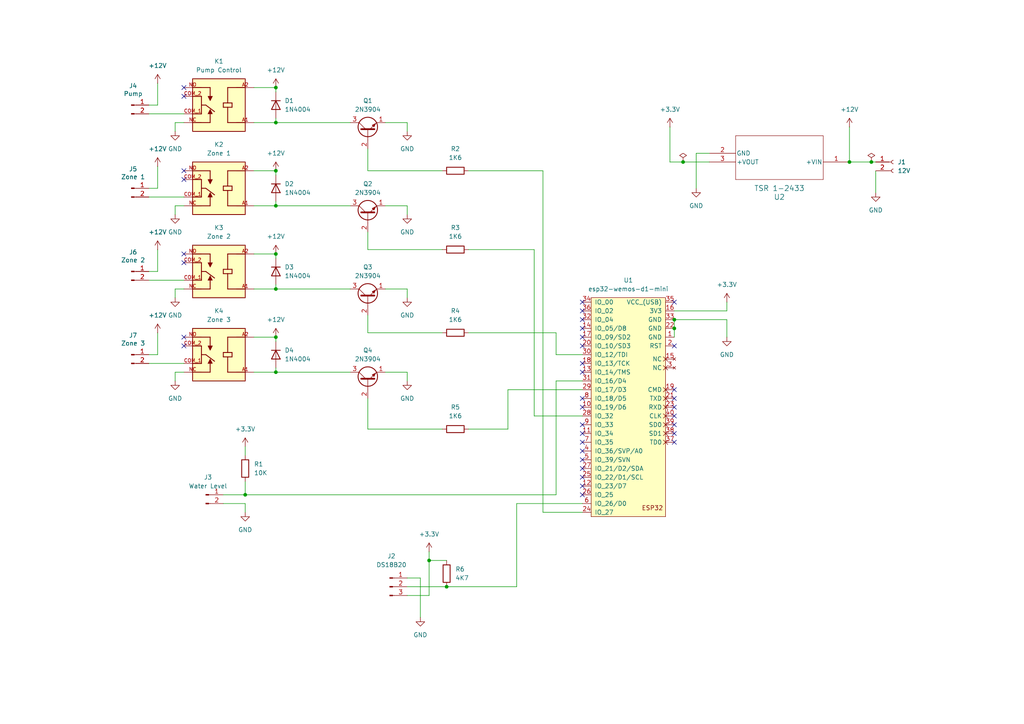
<source format=kicad_sch>
(kicad_sch (version 20250114) (generator "eeschema") (generator_version "9.0")
  (paper "A4")
  (lib_symbols
    (symbol "2025-10-06_03-42-38:TSR_1-2433" (pin_names (offset 0.254))
      (property "Reference" "U" (at 20.32 10.16 0))
      (property "Value" "TSR 1-2433" (at 20.32 7.62 0))
      (symbol "TSR_1-2433_0_1"
        (polyline (pts (xy 7.62 5.08) (xy 7.62 -7.62)) (stroke (width 0.127)))
        (polyline (pts (xy 7.62 -7.62) (xy 33.02 -7.62)) (stroke (width 0.127)))
        (polyline (pts (xy 33.02 5.08) (xy 7.62 5.08)) (stroke (width 0.127)))
        (polyline (pts (xy 33.02 -7.62) (xy 33.02 5.08)) (stroke (width 0.127)))
        (pin power_in line (at 0 0 0) (length 7.62) (name "+VIN") (number "1"))
        (pin power_in line (at 40.64 0 180) (length 7.62) (name "+VOUT") (number "3"))
        (pin power_out line (at 40.64 -2.54 180) (length 7.62) (name "GND") (number "2"))
      )
    )
    (symbol "Connector:Conn_01x02_Pin" (pin_names (offset 1.016) (hide yes))
      (property "Reference" "J" (at 0 2.54 0))
      (property "Value" "Conn_01x02_Pin" (at 0 -5.08 0))
      (symbol "Conn_01x02_Pin_1_1"
        (rectangle (start 0.8636 0.127) (end 0 -0.127) (stroke (width 0.1524)) (fill (type outline)))
        (rectangle (start 0.8636 -2.413) (end 0 -2.667) (stroke (width 0.1524)) (fill (type outline)))
        (polyline (pts (xy 1.27 0) (xy 0.8636 0)) (stroke (width 0.1524)))
        (polyline (pts (xy 1.27 -2.54) (xy 0.8636 -2.54)) (stroke (width 0.1524)))
        (pin passive line (at 5.08 0 180) (length 3.81) (name "Pin_1") (number "1"))
        (pin passive line (at 5.08 -2.54 180) (length 3.81) (name "Pin_2") (number "2"))
      )
    )
    (symbol "Connector:Conn_01x02_Socket" (pin_names (offset 1.016) (hide yes))
      (property "Reference" "J" (at 0 2.54 0))
      (property "Value" "Conn_01x02_Socket" (at 0 -5.08 0))
      (symbol "Conn_01x02_Socket_1_1"
        (polyline (pts (xy -1.27 0) (xy -0.508 0)) (stroke (width 0.1524)))
        (polyline (pts (xy -1.27 -2.54) (xy -0.508 -2.54)) (stroke (width 0.1524)))
        (arc (start 0 -0.508) (mid -0.5058 0) (end 0 0.508) (stroke (width 0.1524)))
        (arc (start 0 -3.048) (mid -0.5058 -2.54) (end 0 -2.032) (stroke (width 0.1524)))
        (pin passive line (at -5.08 0 0) (length 3.81) (name "Pin_1") (number "1"))
        (pin passive line (at -5.08 -2.54 0) (length 3.81) (name "Pin_2") (number "2"))
      )
    )
    (symbol "Connector:Conn_01x03_Pin" (pin_names (offset 1.016) (hide yes))
      (property "Reference" "J" (at 0 5.08 0))
      (property "Value" "Conn_01x03_Pin" (at 0 -5.08 0))
      (symbol "Conn_01x03_Pin_1_1"
        (rectangle (start 0.8636 2.667) (end 0 2.413) (stroke (width 0.1524)) (fill (type outline)))
        (rectangle (start 0.8636 0.127) (end 0 -0.127) (stroke (width 0.1524)) (fill (type outline)))
        (rectangle (start 0.8636 -2.413) (end 0 -2.667) (stroke (width 0.1524)) (fill (type outline)))
        (polyline (pts (xy 1.27 2.54) (xy 0.8636 2.54)) (stroke (width 0.1524)))
        (polyline (pts (xy 1.27 0) (xy 0.8636 0)) (stroke (width 0.1524)))
        (polyline (pts (xy 1.27 -2.54) (xy 0.8636 -2.54)) (stroke (width 0.1524)))
        (pin passive line (at 5.08 2.54 180) (length 3.81) (name "Pin_1") (number "1"))
        (pin passive line (at 5.08 0 180) (length 3.81) (name "Pin_2") (number "2"))
        (pin passive line (at 5.08 -2.54 180) (length 3.81) (name "Pin_3") (number "3"))
      )
    )
    (symbol "Device:R" (pin_numbers (hide yes)) (pin_names (offset 0))
      (property "Reference" "R" (at 2.032 0 90))
      (property "Value" "R" (at 0 0 90))
      (symbol "R_0_1"
        (rectangle (start -1.016 -2.54) (end 1.016 2.54) (stroke (width 0.254)))
      )
      (symbol "R_1_1"
        (pin passive line (at 0 3.81 270) (length 1.27) (name "~") (number "1"))
        (pin passive line (at 0 -3.81 90) (length 1.27) (name "~") (number "2"))
      )
    )
    (symbol "Diode:1N4004" (pin_numbers (hide yes)) (pin_names (hide yes))
      (property "Reference" "D" (at 0 2.54 0))
      (property "Value" "1N4004" (at 0 -2.54 0))
      (symbol "1N4004_0_1"
        (polyline (pts (xy -1.27 1.27) (xy -1.27 -1.27)) (stroke (width 0.254)))
        (polyline (pts (xy 1.27 1.27) (xy 1.27 -1.27) (xy -1.27 0) (xy 1.27 1.27)) (stroke (width 0.254)))
        (polyline (pts (xy 1.27 0) (xy -1.27 0)))
      )
      (symbol "1N4004_1_1"
        (pin passive line (at -3.81 0 0) (length 2.54) (name "K") (number "1"))
        (pin passive line (at 3.81 0 180) (length 2.54) (name "A") (number "2"))
      )
    )
    (symbol "SR5-12V-200-1C:SR5-12V-200-1C" (pin_names (offset 1.016))
      (property "Reference" "K" (at -7.62 8.382 0))
      (property "Value" "SR5-12V-200-1C" (at -7.62 -10.16 0))
      (symbol "SR5-12V-200-1C_0_0"
        (polyline (pts (xy -7.62 5.08) (xy -2.54 5.08)) (stroke (width 0.254)))
        (polyline (pts (xy -7.62 -5.08) (xy -2.54 -5.08)) (stroke (width 0.254)))
        (rectangle (start -7.62 -7.62) (end 7.62 7.62) (stroke (width 0.254)) (fill (type background)))
        (polyline (pts (xy -3.81 0.635) (xy -2.54 0.635)) (stroke (width 0.254)))
        (polyline (pts (xy -3.81 -0.635) (xy -3.81 0.635)) (stroke (width 0.254)))
        (polyline (pts (xy -2.54 5.08) (xy -2.54 0.635)) (stroke (width 0.254)))
        (polyline (pts (xy -2.54 0.635) (xy -1.27 0.635)) (stroke (width 0.254)))
        (polyline (pts (xy -2.54 -0.635) (xy -3.81 -0.635)) (stroke (width 0.254)))
        (polyline (pts (xy -2.54 -0.635) (xy -2.54 -5.08)) (stroke (width 0.254)))
        (polyline (pts (xy -1.27 0.635) (xy -1.27 -0.635)) (stroke (width 0.254)))
        (polyline (pts (xy -1.27 -0.635) (xy -2.54 -0.635)) (stroke (width 0.254)))
        (polyline (pts (xy 1.905 -2.54) (xy 3.175 -2.54) (xy 2.54 -1.27) (xy 1.905 -2.54)) (stroke (width 0.1524)) (fill (type outline)))
        (polyline (pts (xy 2.54 5.08) (xy 2.54 2.54)) (stroke (width 0.254)))
        (polyline (pts (xy 2.54 -5.08) (xy 2.54 -2.54)) (stroke (width 0.254)))
        (polyline (pts (xy 3.175 2.54) (xy 1.905 2.54) (xy 2.54 1.27) (xy 3.175 2.54)) (stroke (width 0.1524)) (fill (type outline)))
        (polyline (pts (xy 3.81 0) (xy 1.27 1.905)) (stroke (width 0.254)))
        (polyline (pts (xy 5.08 2.54) (xy 5.08 0)) (stroke (width 0.254)))
        (polyline (pts (xy 5.08 0) (xy 3.81 0)) (stroke (width 0.254)))
        (polyline (pts (xy 5.08 0) (xy 5.08 -2.54)) (stroke (width 0.254)))
        (polyline (pts (xy 5.08 -2.54) (xy 7.62 -2.54)) (stroke (width 0.254)))
        (polyline (pts (xy 7.62 5.08) (xy 2.54 5.08)) (stroke (width 0.254)))
        (polyline (pts (xy 7.62 2.54) (xy 5.08 2.54)) (stroke (width 0.254)))
        (polyline (pts (xy 7.62 -5.08) (xy 2.54 -5.08)) (stroke (width 0.254)))
        (pin passive line (at -10.16 5.08 0) (length 5.08) (name "~") (number "A1"))
        (pin passive line (at -10.16 -5.08 0) (length 5.08) (name "~") (number "A2"))
        (pin passive line (at 10.16 5.08 180) (length 5.08) (name "~") (number "NC"))
        (pin passive line (at 10.16 2.54 180) (length 5.08) (name "~") (number "COM_1"))
        (pin passive line (at 10.16 -2.54 180) (length 5.08) (name "~") (number "COM_2"))
        (pin passive line (at 10.16 -5.08 180) (length 5.08) (name "~") (number "NO"))
      )
    )
    (symbol "Transistor_BJT:2N3904" (pin_names (offset 0) (hide yes))
      (property "Reference" "Q" (at 5.08 1.905 0))
      (property "Value" "2N3904" (at 5.08 0 0))
      (symbol "2N3904_0_1"
        (polyline (pts (xy -2.54 0) (xy 0.635 0)))
        (polyline (pts (xy 0.635 1.905) (xy 0.635 -1.905)) (stroke (width 0.508)))
        (circle (center 1.27 0) (radius 2.8194) (stroke (width 0.254)))
      )
      (symbol "2N3904_1_1"
        (polyline (pts (xy 0.635 0.635) (xy 2.54 2.54)))
        (polyline (pts (xy 0.635 -0.635) (xy 2.54 -2.54)))
        (polyline (pts (xy 1.27 -1.778) (xy 1.778 -1.27) (xy 2.286 -2.286) (xy 1.27 -1.778)) (fill (type outline)))
        (pin input line (at -5.08 0 0) (length 2.54) (name "B") (number "2"))
        (pin passive line (at 2.54 5.08 270) (length 2.54) (name "C") (number "3"))
        (pin passive line (at 2.54 -5.08 90) (length 2.54) (name "E") (number "1"))
      )
    )
    (symbol "esp32-wemos-d1-mini:esp32-wemos-d1-mini" (pin_names (offset 1.016))
      (property "Reference" "U" (at -7.62 -50.8 0))
      (property "Value" "esp32-wemos-d1-mini" (at 5.08 -59.69 0))
      (symbol "esp32-wemos-d1-mini_0_0"
        (text "ESP32" (at 7.62 -62.23 0) (effects (font (size 1.27 1.27))))
        (pin bidirectional line (at -12.7 -45.72 0) (length 2.54) (name "IO_36/SVP/A0") (number "4"))
        (pin bidirectional line (at -12.7 -48.26 0) (length 2.54) (name "IO_39/SVN") (number "5"))
        (pin power_in line (at 13.97 -12.7 180) (length 2.54) (name "GND") (number "1"))
        (pin input line (at 13.97 -15.24 180) (length 2.54) (name "RST") (number "2"))
        (pin no_connect non_logic (at 13.97 -21.59 180) (length 2.54) (name "NC") (number "3"))
      )
      (symbol "esp32-wemos-d1-mini_0_1"
        (rectangle (start -10.16 -1.27) (end 11.43 -64.77) (fill (type background)))
      )
      (symbol "esp32-wemos-d1-mini_1_1"
        (pin bidirectional line (at -12.7 -2.54 0) (length 2.54) (name "IO_00") (number "34"))
        (pin bidirectional line (at -12.7 -5.08 0) (length 2.54) (name "IO_02") (number "36"))
        (pin bidirectional line (at -12.7 -7.62 0) (length 2.54) (name "IO_04") (number "32"))
        (pin bidirectional line (at -12.7 -10.16 0) (length 2.54) (name "IO_05/D8") (number "14"))
        (pin bidirectional line (at -12.7 -12.7 0) (length 2.54) (name "IO_09/SD2") (number "17"))
        (pin bidirectional line (at -12.7 -15.24 0) (length 2.54) (name "IO_10/SD3") (number "20"))
        (pin bidirectional line (at -12.7 -17.78 0) (length 2.54) (name "IO_12/TDI") (number "30"))
        (pin bidirectional line (at -12.7 -20.32 0) (length 2.54) (name "IO_13/TCK") (number "18"))
        (pin bidirectional line (at -12.7 -22.86 0) (length 2.54) (name "IO_14/TMS") (number "13"))
        (pin bidirectional line (at -12.7 -25.4 0) (length 2.54) (name "IO_16/D4") (number "31"))
        (pin bidirectional line (at -12.7 -27.94 0) (length 2.54) (name "IO_17/D3") (number "29"))
        (pin bidirectional line (at -12.7 -30.48 0) (length 2.54) (name "IO_18/D5") (number "8"))
        (pin bidirectional line (at -12.7 -33.02 0) (length 2.54) (name "IO_19/D6") (number "10"))
        (pin bidirectional line (at -12.7 -35.56 0) (length 2.54) (name "IO_32") (number "28"))
        (pin bidirectional line (at -12.7 -38.1 0) (length 2.54) (name "IO_33") (number "9"))
        (pin bidirectional line (at -12.7 -40.64 0) (length 2.54) (name "IO_34") (number "11"))
        (pin bidirectional line (at -12.7 -43.18 0) (length 2.54) (name "IO_35") (number "7"))
        (pin bidirectional line (at -12.7 -50.8 0) (length 2.54) (name "IO_21/D2/SDA") (number "27"))
        (pin bidirectional line (at -12.7 -53.34 0) (length 2.54) (name "IO_22/D1/SCL") (number "25"))
        (pin bidirectional line (at -12.7 -55.88 0) (length 2.54) (name "IO_23/D7") (number "12"))
        (pin bidirectional line (at -12.7 -58.42 0) (length 2.54) (name "IO_25") (number "26"))
        (pin bidirectional line (at -12.7 -60.96 0) (length 2.54) (name "IO_26/D0") (number "6"))
        (pin bidirectional line (at -12.7 -63.5 0) (length 2.54) (name "IO_27") (number "24"))
        (pin power_in line (at 13.97 -2.54 180) (length 2.54) (name "VCC_(USB)") (number "35"))
        (pin power_in line (at 13.97 -5.08 180) (length 2.54) (name "3V3") (number "16"))
        (pin power_in line (at 13.97 -7.62 180) (length 2.54) (name "GND") (number "33"))
        (pin power_in line (at 13.97 -10.16 180) (length 2.54) (name "GND") (number "22"))
        (pin no_connect non_logic (at 13.97 -19.05 180) (length 2.54) (name "NC") (number "15"))
        (pin passive non_logic (at 13.97 -27.94 180) (length 2.54) (name "CMD") (number "19"))
        (pin passive non_logic (at 13.97 -30.48 180) (length 2.54) (name "TXD") (number "21"))
        (pin passive non_logic (at 13.97 -33.02 180) (length 2.54) (name "RXD") (number "23"))
        (pin passive non_logic (at 13.97 -35.56 180) (length 2.54) (name "CLK") (number "40"))
        (pin passive non_logic (at 13.97 -38.1 180) (length 2.54) (name "SD0") (number "39"))
        (pin passive non_logic (at 13.97 -40.64 180) (length 2.54) (name "SD1") (number "38"))
        (pin passive non_logic (at 13.97 -43.18 180) (length 2.54) (name "TD0") (number "37"))
      )
    )
    (symbol "power:+12V" (power) (pin_numbers (hide yes)) (pin_names (offset 0) (hide yes))
      (property "Value" "+12V" (at 0 3.556 0))
      (symbol "+12V_0_1"
        (polyline (pts (xy -0.762 1.27) (xy 0 2.54)))
        (polyline (pts (xy 0 2.54) (xy 0.762 1.27)))
        (polyline (pts (xy 0 0) (xy 0 2.54)))
      )
      (symbol "+12V_1_1"
        (pin power_in line (at 0 0 90) (length 0) (name "~") (number "1"))
      )
    )
    (symbol "power:+3.3V" (power) (pin_numbers (hide yes)) (pin_names (offset 0) (hide yes))
      (property "Value" "+3.3V" (at 0 3.556 0))
      (symbol "+3.3V_0_1"
        (polyline (pts (xy -0.762 1.27) (xy 0 2.54)))
        (polyline (pts (xy 0 2.54) (xy 0.762 1.27)))
        (polyline (pts (xy 0 0) (xy 0 2.54)))
      )
      (symbol "+3.3V_1_1"
        (pin power_in line (at 0 0 90) (length 0) (name "~") (number "1"))
      )
    )
    (symbol "power:GND" (power) (pin_numbers (hide yes)) (pin_names (offset 0) (hide yes))
      (property "Value" "GND" (at 0 -3.81 0))
      (symbol "GND_0_1"
        (polyline (pts (xy 0 0) (xy 0 -1.27) (xy 1.27 -1.27) (xy 0 -2.54) (xy -1.27 -1.27) (xy 0 -1.27)))
      )
      (symbol "GND_1_1"
        (pin power_in line (at 0 0 270) (length 0) (name "~") (number "1"))
      )
    )
    (symbol "power:PWR_FLAG" (power) (pin_numbers (hide yes)) (pin_names (offset 0) (hide yes))
      (property "Value" "PWR_FLAG" (at 0 3.81 0))
      (symbol "PWR_FLAG_0_0"
        (pin power_out line (at 0 0 90) (length 0) (name "~") (number "1"))
      )
      (symbol "PWR_FLAG_0_1"
        (polyline (pts (xy 0 0) (xy 0 1.27) (xy -1.016 1.905) (xy 0 2.54) (xy 1.016 1.905) (xy 0 1.27)))
      )
    )
  )
  (junction (at 80.01 25.4))
  (junction (at 129.54 170.18))
  (junction (at 80.01 73.66))
  (junction (at 246.38 46.99))
  (junction (at 195.58 92.71))
  (junction (at 80.01 49.53))
  (junction (at 124.46 162.56))
  (junction (at 195.58 95.25))
  (junction (at 80.01 107.95))
  (junction (at 80.01 59.69))
  (junction (at 198.12 46.99))
  (junction (at 80.01 35.56))
  (junction (at 71.12 143.51))
  (junction (at 80.01 83.82))
  (junction (at 252.73 46.99))
  (junction (at 80.01 97.79))
  (no_connect (at 168.91 87.63))
  (no_connect (at 168.91 92.71))
  (no_connect (at 195.58 120.65))
  (no_connect (at 195.58 128.27))
  (no_connect (at 195.58 123.19))
  (no_connect (at 168.91 100.33))
  (no_connect (at 168.91 90.17))
  (no_connect (at 195.58 87.63))
  (no_connect (at 168.91 140.97))
  (no_connect (at 168.91 138.43))
  (no_connect (at 168.91 133.35))
  (no_connect (at 53.34 76.2))
  (no_connect (at 53.34 52.07))
  (no_connect (at 53.34 100.33))
  (no_connect (at 53.34 49.53))
  (no_connect (at 53.34 27.94))
  (no_connect (at 195.58 113.03))
  (no_connect (at 195.58 118.11))
  (no_connect (at 53.34 25.4))
  (no_connect (at 195.58 100.33))
  (no_connect (at 195.58 125.73))
  (no_connect (at 168.91 125.73))
  (no_connect (at 168.91 107.95))
  (no_connect (at 168.91 135.89))
  (no_connect (at 168.91 118.11))
  (no_connect (at 168.91 105.41))
  (no_connect (at 168.91 130.81))
  (no_connect (at 53.34 73.66))
  (no_connect (at 168.91 123.19))
  (no_connect (at 168.91 97.79))
  (no_connect (at 195.58 115.57))
  (no_connect (at 168.91 143.51))
  (no_connect (at 168.91 115.57))
  (no_connect (at 168.91 95.25))
  (no_connect (at 53.34 97.79))
  (no_connect (at 168.91 128.27))
  (wire (pts (xy 111.76 107.95) (xy 118.11 107.95)))
  (wire (pts (xy 80.01 107.95) (xy 80.01 106.68)))
  (wire (pts (xy 118.11 59.69) (xy 118.11 62.23)))
  (wire (pts (xy 80.01 73.66) (xy 80.01 74.93)))
  (wire (pts (xy 118.11 83.82) (xy 118.11 86.36)))
  (wire (pts (xy 53.34 59.69) (xy 50.8 59.69)))
  (wire (pts (xy 149.86 170.18) (xy 129.54 170.18)))
  (wire (pts (xy 80.01 97.79) (xy 80.01 99.06)))
  (wire (pts (xy 43.18 54.61) (xy 45.72 54.61)))
  (wire (pts (xy 118.11 35.56) (xy 118.11 38.1)))
  (wire (pts (xy 118.11 167.64) (xy 121.92 167.64)))
  (wire (pts (xy 168.91 110.49) (xy 161.29 110.49)))
  (wire (pts (xy 80.01 82.55) (xy 80.01 83.82)))
  (wire (pts (xy 45.72 54.61) (xy 45.72 48.26)))
  (wire (pts (xy 111.76 35.56) (xy 118.11 35.56)))
  (wire (pts (xy 50.8 83.82) (xy 50.8 86.36)))
  (wire (pts (xy 80.01 49.53) (xy 80.01 50.8)))
  (wire (pts (xy 135.89 49.53) (xy 157.48 49.53)))
  (wire (pts (xy 71.12 146.05) (xy 71.12 148.59)))
  (wire (pts (xy 252.73 46.99) (xy 254 46.99)))
  (wire (pts (xy 147.32 113.03) (xy 168.91 113.03)))
  (wire (pts (xy 198.12 46.99) (xy 205.74 46.99)))
  (wire (pts (xy 80.01 59.69) (xy 80.01 58.42)))
  (wire (pts (xy 118.11 172.72) (xy 124.46 172.72)))
  (wire (pts (xy 161.29 110.49) (xy 161.29 143.51)))
  (wire (pts (xy 157.48 49.53) (xy 157.48 148.59)))
  (wire (pts (xy 64.77 143.51) (xy 71.12 143.51)))
  (wire (pts (xy 45.72 102.87) (xy 45.72 96.52)))
  (wire (pts (xy 106.68 67.31) (xy 106.68 72.39)))
  (wire (pts (xy 71.12 143.51) (xy 161.29 143.51)))
  (wire (pts (xy 106.68 124.46) (xy 128.27 124.46)))
  (wire (pts (xy 43.18 33.02) (xy 53.34 33.02)))
  (wire (pts (xy 80.01 35.56) (xy 101.6 35.56)))
  (wire (pts (xy 80.01 107.95) (xy 101.6 107.95)))
  (wire (pts (xy 106.68 43.18) (xy 106.68 49.53)))
  (wire (pts (xy 254 49.53) (xy 254 55.88)))
  (wire (pts (xy 121.92 167.64) (xy 121.92 179.07)))
  (wire (pts (xy 80.01 59.69) (xy 101.6 59.69)))
  (wire (pts (xy 135.89 96.52) (xy 161.29 96.52)))
  (wire (pts (xy 161.29 96.52) (xy 161.29 102.87)))
  (wire (pts (xy 106.68 91.44) (xy 106.68 96.52)))
  (wire (pts (xy 53.34 107.95) (xy 50.8 107.95)))
  (wire (pts (xy 135.89 72.39) (xy 154.94 72.39)))
  (wire (pts (xy 53.34 35.56) (xy 50.8 35.56)))
  (wire (pts (xy 246.38 46.99) (xy 252.73 46.99)))
  (wire (pts (xy 205.74 44.45) (xy 201.93 44.45)))
  (wire (pts (xy 80.01 25.4) (xy 80.01 26.67)))
  (wire (pts (xy 210.82 92.71) (xy 210.82 97.79)))
  (wire (pts (xy 43.18 81.28) (xy 53.34 81.28)))
  (wire (pts (xy 168.91 146.05) (xy 149.86 146.05)))
  (wire (pts (xy 73.66 73.66) (xy 80.01 73.66)))
  (wire (pts (xy 50.8 59.69) (xy 50.8 62.23)))
  (wire (pts (xy 73.66 83.82) (xy 80.01 83.82)))
  (wire (pts (xy 73.66 97.79) (xy 80.01 97.79)))
  (wire (pts (xy 118.11 107.95) (xy 118.11 110.49)))
  (wire (pts (xy 45.72 30.48) (xy 45.72 24.13)))
  (wire (pts (xy 111.76 83.82) (xy 118.11 83.82)))
  (wire (pts (xy 154.94 72.39) (xy 154.94 120.65)))
  (wire (pts (xy 106.68 115.57) (xy 106.68 124.46)))
  (wire (pts (xy 195.58 90.17) (xy 210.82 90.17)))
  (wire (pts (xy 71.12 139.7) (xy 71.12 143.51)))
  (wire (pts (xy 201.93 44.45) (xy 201.93 54.61)))
  (wire (pts (xy 73.66 49.53) (xy 80.01 49.53)))
  (wire (pts (xy 149.86 146.05) (xy 149.86 170.18)))
  (wire (pts (xy 43.18 57.15) (xy 53.34 57.15)))
  (wire (pts (xy 106.68 96.52) (xy 128.27 96.52)))
  (wire (pts (xy 80.01 83.82) (xy 101.6 83.82)))
  (wire (pts (xy 50.8 35.56) (xy 50.8 38.1)))
  (wire (pts (xy 194.31 36.83) (xy 194.31 46.99)))
  (wire (pts (xy 194.31 46.99) (xy 198.12 46.99)))
  (wire (pts (xy 53.34 83.82) (xy 50.8 83.82)))
  (wire (pts (xy 50.8 107.95) (xy 50.8 110.49)))
  (wire (pts (xy 124.46 162.56) (xy 124.46 160.02)))
  (wire (pts (xy 43.18 78.74) (xy 45.72 78.74)))
  (wire (pts (xy 73.66 35.56) (xy 80.01 35.56)))
  (wire (pts (xy 73.66 107.95) (xy 80.01 107.95)))
  (wire (pts (xy 73.66 59.69) (xy 80.01 59.69)))
  (wire (pts (xy 45.72 78.74) (xy 45.72 72.39)))
  (wire (pts (xy 124.46 162.56) (xy 124.46 172.72)))
  (wire (pts (xy 64.77 146.05) (xy 71.12 146.05)))
  (wire (pts (xy 195.58 92.71) (xy 195.58 95.25)))
  (wire (pts (xy 154.94 120.65) (xy 168.91 120.65)))
  (wire (pts (xy 195.58 95.25) (xy 195.58 97.79)))
  (wire (pts (xy 157.48 148.59) (xy 168.91 148.59)))
  (wire (pts (xy 106.68 49.53) (xy 128.27 49.53)))
  (wire (pts (xy 80.01 35.56) (xy 80.01 34.29)))
  (wire (pts (xy 43.18 102.87) (xy 45.72 102.87)))
  (wire (pts (xy 43.18 105.41) (xy 53.34 105.41)))
  (wire (pts (xy 147.32 124.46) (xy 147.32 113.03)))
  (wire (pts (xy 210.82 90.17) (xy 210.82 87.63)))
  (wire (pts (xy 246.38 36.83) (xy 246.38 46.99)))
  (wire (pts (xy 43.18 30.48) (xy 45.72 30.48)))
  (wire (pts (xy 111.76 59.69) (xy 118.11 59.69)))
  (wire (pts (xy 195.58 92.71) (xy 210.82 92.71)))
  (wire (pts (xy 71.12 132.08) (xy 71.12 129.54)))
  (wire (pts (xy 147.32 124.46) (xy 135.89 124.46)))
  (wire (pts (xy 124.46 162.56) (xy 129.54 162.56)))
  (wire (pts (xy 161.29 102.87) (xy 168.91 102.87)))
  (wire (pts (xy 106.68 72.39) (xy 128.27 72.39)))
  (wire (pts (xy 118.11 170.18) (xy 129.54 170.18)))
  (wire (pts (xy 73.66 25.4) (xy 80.01 25.4)))
  (symbol (lib_id "Diode:1N4004") (at 80.01 54.61 270) (unit 1)
    (property "Reference" "D2" (at 82.55 53.3399 90) (effects (justify left)))
    (property "Value" "1N4004" (at 82.55 55.8799 90) (effects (justify left)))
    (property "Footprint" "Diode_THT:D_DO-41_SOD81_P10.16mm_Horizontal" (effects (hide yes)))
    (property "Datasheet" "http://www.vishay.com/docs/88503/1n4001.pdf" (effects (hide yes)))
    (property "Description" "400V 1A General Purpose Rectifier Diode, DO-41" (effects (hide yes)))
    (property "Sim.Device" "D" (effects (hide yes)))
    (property "Sim.Pins" "1=K 2=A" (effects (hide yes)))
  )
  (symbol (lib_id "power:+3.3V") (at 71.12 129.54 0) (unit 1)
    (property "Reference" "#PWR010" (effects (hide yes)))
    (property "Value" "+3.3V" (at 71.12 124.46 0))
    (property "Description" "Power symbol creates a global label with name \"+3.3V\"" (effects (hide yes)))
  )
  (symbol (lib_id "power:GND") (at 121.92 179.07 0) (unit 1)
    (property "Reference" "#PWR02" (effects (hide yes)))
    (property "Value" "GND" (at 121.92 184.15 0))
    (property "Description" "Power symbol creates a global label with name \"GND\" , ground" (effects (hide yes)))
  )
  (symbol (lib_id "Diode:1N4004") (at 80.01 78.74 270) (unit 1)
    (property "Reference" "D3" (at 82.55 77.4699 90) (effects (justify left)))
    (property "Value" "1N4004" (at 82.55 80.0099 90) (effects (justify left)))
    (property "Footprint" "Diode_THT:D_DO-41_SOD81_P10.16mm_Horizontal" (effects (hide yes)))
    (property "Datasheet" "http://www.vishay.com/docs/88503/1n4001.pdf" (effects (hide yes)))
    (property "Description" "400V 1A General Purpose Rectifier Diode, DO-41" (effects (hide yes)))
    (property "Sim.Device" "D" (effects (hide yes)))
    (property "Sim.Pins" "1=K 2=A" (effects (hide yes)))
  )
  (symbol (lib_id "power:+12V") (at 45.72 48.26 0) (unit 1)
    (property "Reference" "#PWR014" (effects (hide yes)))
    (property "Value" "+12V" (at 45.72 43.18 0))
    (property "Description" "Power symbol creates a global label with name \"+12V\"" (effects (hide yes)))
  )
  (symbol (lib_id "power:GND") (at 50.8 38.1 0) (unit 1)
    (property "Reference" "#PWR013" (effects (hide yes)))
    (property "Value" "GND" (at 50.8 43.18 0))
    (property "Description" "Power symbol creates a global label with name \"GND\" , ground" (effects (hide yes)))
  )
  (symbol (lib_id "power:+12V") (at 45.72 72.39 0) (unit 1)
    (property "Reference" "#PWR018" (effects (hide yes)))
    (property "Value" "+12V" (at 45.72 67.31 0))
    (property "Description" "Power symbol creates a global label with name \"+12V\"" (effects (hide yes)))
  )
  (symbol (lib_id "power:GND") (at 210.82 97.79 0) (unit 1)
    (property "Reference" "#PWR01" (effects (hide yes)))
    (property "Value" "GND" (at 210.82 102.87 0))
    (property "Description" "Power symbol creates a global label with name \"GND\" , ground" (effects (hide yes)))
  )
  (symbol (lib_id "Device:R") (at 132.08 72.39 90) (unit 1)
    (property "Reference" "R3" (at 132.08 66.04 90))
    (property "Value" "1K6" (at 132.08 68.58 90))
    (property "Footprint" "Resistor_THT:R_Axial_DIN0204_L3.6mm_D1.6mm_P7.62mm_Horizontal" (effects (hide yes)))
    (property "Description" "Resistor" (effects (hide yes)))
  )
  (symbol (lib_id "Transistor_BJT:2N3904") (at 106.68 38.1 90) (unit 1)
    (property "Reference" "Q1" (at 106.68 29.21 90))
    (property "Value" "2N3904" (at 106.68 31.75 90))
    (property "Footprint" "Package_TO_SOT_THT:TO-92_Inline" (effects (hide yes)))
    (property "Datasheet" "https://www.onsemi.com/pub/Collateral/2N3903-D.PDF" (effects (hide yes)))
    (property "Description" "0.2A Ic, 40V Vce, Small Signal NPN Transistor, TO-92" (effects (hide yes)))
  )
  (symbol (lib_id "Device:R") (at 132.08 49.53 90) (unit 1)
    (property "Reference" "R2" (at 132.08 43.18 90))
    (property "Value" "1K6" (at 132.08 45.72 90))
    (property "Footprint" "Resistor_THT:R_Axial_DIN0204_L3.6mm_D1.6mm_P7.62mm_Horizontal" (effects (hide yes)))
    (property "Description" "Resistor" (effects (hide yes)))
  )
  (symbol (lib_id "Transistor_BJT:2N3904") (at 106.68 86.36 90) (unit 1)
    (property "Reference" "Q3" (at 106.68 77.47 90))
    (property "Value" "2N3904" (at 106.68 80.01 90))
    (property "Footprint" "Package_TO_SOT_THT:TO-92_Inline" (effects (hide yes)))
    (property "Datasheet" "https://www.onsemi.com/pub/Collateral/2N3903-D.PDF" (effects (hide yes)))
    (property "Description" "0.2A Ic, 40V Vce, Small Signal NPN Transistor, TO-92" (effects (hide yes)))
  )
  (symbol (lib_id "Connector:Conn_01x02_Pin") (at 38.1 54.61 0) (unit 1)
    (property "Reference" "J5" (at 38.608 49.022 0))
    (property "Value" "Zone 1" (at 38.608 51.308 0))
    (property "Footprint" "Connector_JST:JST_XH_B2B-XH-A_1x02_P2.50mm_Vertical" (effects (hide yes)))
    (property "Description" "Generic connector, single row, 01x02, script generated" (effects (hide yes)))
  )
  (symbol (lib_id "power:+3.3V") (at 210.82 87.63 0) (unit 1)
    (property "Reference" "#PWR024" (effects (hide yes)))
    (property "Value" "+3.3V" (at 210.82 82.55 0))
    (property "Description" "Power symbol creates a global label with name \"+3.3V\"" (effects (hide yes)))
  )
  (symbol (lib_id "Diode:1N4004") (at 80.01 102.87 270) (unit 1)
    (property "Reference" "D4" (at 82.55 101.5999 90) (effects (justify left)))
    (property "Value" "1N4004" (at 82.55 104.1399 90) (effects (justify left)))
    (property "Footprint" "Diode_THT:D_DO-41_SOD81_P10.16mm_Horizontal" (effects (hide yes)))
    (property "Datasheet" "http://www.vishay.com/docs/88503/1n4001.pdf" (effects (hide yes)))
    (property "Description" "400V 1A General Purpose Rectifier Diode, DO-41" (effects (hide yes)))
    (property "Sim.Device" "D" (effects (hide yes)))
    (property "Sim.Pins" "1=K 2=A" (effects (hide yes)))
  )
  (symbol (lib_id "power:+12V") (at 80.01 25.4 0) (unit 1)
    (property "Reference" "#PWR03" (effects (hide yes)))
    (property "Value" "+12V" (at 80.01 20.32 0))
    (property "Description" "Power symbol creates a global label with name \"+12V\"" (effects (hide yes)))
  )
  (symbol (lib_id "power:PWR_FLAG") (at 252.73 46.99 0) (unit 1)
    (property "Reference" "#FLG01" (effects (hide yes)))
    (property "Value" "PWR_FLAG" (effects (hide yes)))
    (property "Description" "Special symbol for telling ERC where power comes from" (effects (hide yes)))
  )
  (symbol (lib_id "power:+12V") (at 246.38 36.83 0) (unit 1)
    (property "Reference" "#PWR05" (effects (hide yes)))
    (property "Value" "+12V" (at 246.38 31.75 0))
    (property "Description" "Power symbol creates a global label with name \"+12V\"" (effects (hide yes)))
  )
  (symbol (lib_id "SR5-12V-200-1C:SR5-12V-200-1C") (at 63.5 30.48 180) (unit 1)
    (property "Reference" "K1" (at 63.5 17.78 0))
    (property "Value" "Pump Control" (at 63.5 20.32 0))
    (property "Footprint" "SR5-12V-200-1C:RELAY_SR5-12V-200-1C" (effects (hide yes)))
    (property "PARTREV" "1.01" (effects (hide yes)))
    (property "STANDARD" "Manufacturer Recommendations" (effects (hide yes)))
    (property "MAXIMUM_PACKAGE_HEIGHT" "12.1mm" (effects (hide yes)))
    (property "MANUFACTURER" "CUI Devices" (effects (hide yes)))
  )
  (symbol (lib_id "power:GND") (at 118.11 62.23 0) (unit 1)
    (property "Reference" "#PWR021" (effects (hide yes)))
    (property "Value" "GND" (at 118.11 67.31 0))
    (property "Description" "Power symbol creates a global label with name \"GND\" , ground" (effects (hide yes)))
  )
  (symbol (lib_id "power:+3.3V") (at 124.46 160.02 0) (unit 1)
    (property "Reference" "#PWR025" (effects (hide yes)))
    (property "Value" "+3.3V" (at 124.46 154.94 0))
    (property "Description" "Power symbol creates a global label with name \"+3.3V\"" (effects (hide yes)))
  )
  (symbol (lib_id "Connector:Conn_01x02_Pin") (at 38.1 30.48 0) (unit 1)
    (property "Reference" "J4" (at 38.608 24.892 0))
    (property "Value" "Pump" (at 38.608 27.178 0))
    (property "Footprint" "Connector_JST:JST_XH_B2B-XH-A_1x02_P2.50mm_Vertical" (effects (hide yes)))
    (property "Description" "Generic connector, single row, 01x02, script generated" (effects (hide yes)))
  )
  (symbol (lib_id "SR5-12V-200-1C:SR5-12V-200-1C") (at 63.5 78.74 180) (unit 1)
    (property "Reference" "K3" (at 63.5 66.04 0))
    (property "Value" "Zone 2" (at 63.5 68.58 0))
    (property "Footprint" "SR5-12V-200-1C:RELAY_SR5-12V-200-1C" (effects (hide yes)))
    (property "PARTREV" "1.01" (effects (hide yes)))
    (property "STANDARD" "Manufacturer Recommendations" (effects (hide yes)))
    (property "MAXIMUM_PACKAGE_HEIGHT" "12.1mm" (effects (hide yes)))
    (property "MANUFACTURER" "CUI Devices" (effects (hide yes)))
  )
  (symbol (lib_id "power:GND") (at 71.12 148.59 0) (unit 1)
    (property "Reference" "#PWR011" (effects (hide yes)))
    (property "Value" "GND" (at 71.12 153.67 0))
    (property "Description" "Power symbol creates a global label with name \"GND\" , ground" (effects (hide yes)))
  )
  (symbol (lib_id "Transistor_BJT:2N3904") (at 106.68 110.49 90) (unit 1)
    (property "Reference" "Q4" (at 106.68 101.6 90))
    (property "Value" "2N3904" (at 106.68 104.14 90))
    (property "Footprint" "Package_TO_SOT_THT:TO-92_Inline" (effects (hide yes)))
    (property "Datasheet" "https://www.onsemi.com/pub/Collateral/2N3903-D.PDF" (effects (hide yes)))
    (property "Description" "0.2A Ic, 40V Vce, Small Signal NPN Transistor, TO-92" (effects (hide yes)))
  )
  (symbol (lib_id "power:GND") (at 201.93 54.61 0) (unit 1)
    (property "Reference" "#PWR026" (effects (hide yes)))
    (property "Value" "GND" (at 201.93 59.69 0))
    (property "Description" "Power symbol creates a global label with name \"GND\" , ground" (effects (hide yes)))
  )
  (symbol (lib_id "power:GND") (at 118.11 38.1 0) (unit 1)
    (property "Reference" "#PWR020" (effects (hide yes)))
    (property "Value" "GND" (at 118.11 43.18 0))
    (property "Description" "Power symbol creates a global label with name \"GND\" , ground" (effects (hide yes)))
  )
  (symbol (lib_id "Device:R") (at 132.08 96.52 90) (unit 1)
    (property "Reference" "R4" (at 132.08 90.17 90))
    (property "Value" "1K6" (at 132.08 92.71 90))
    (property "Footprint" "Resistor_THT:R_Axial_DIN0204_L3.6mm_D1.6mm_P7.62mm_Horizontal" (effects (hide yes)))
    (property "Description" "Resistor" (effects (hide yes)))
  )
  (symbol (lib_id "power:+12V") (at 80.01 73.66 0) (unit 1)
    (property "Reference" "#PWR08" (effects (hide yes)))
    (property "Value" "+12V" (at 80.01 68.58 0))
    (property "Description" "Power symbol creates a global label with name \"+12V\"" (effects (hide yes)))
  )
  (symbol (lib_id "Connector:Conn_01x03_Pin") (at 113.03 170.18 0) (unit 1)
    (property "Reference" "J2" (at 113.538 161.29 0))
    (property "Value" "DS18B20" (at 113.538 163.83 0))
    (property "Footprint" "Connector_JST:JST_XH_B3B-XH-A_1x03_P2.50mm_Vertical" (effects (hide yes)))
    (property "Description" "Generic connector, single row, 01x03, script generated" (effects (hide yes)))
  )
  (symbol (lib_id "power:+3.3V") (at 194.31 36.83 0) (unit 1)
    (property "Reference" "#PWR06" (effects (hide yes)))
    (property "Value" "+3.3V" (at 194.31 31.75 0))
    (property "Description" "Power symbol creates a global label with name \"+3.3V\"" (effects (hide yes)))
  )
  (symbol (lib_id "Diode:1N4004") (at 80.01 30.48 270) (unit 1)
    (property "Reference" "D1" (at 82.55 29.2099 90) (effects (justify left)))
    (property "Value" "1N4004" (at 82.55 31.7499 90) (effects (justify left)))
    (property "Footprint" "Diode_THT:D_DO-41_SOD81_P10.16mm_Horizontal" (effects (hide yes)))
    (property "Datasheet" "http://www.vishay.com/docs/88503/1n4001.pdf" (effects (hide yes)))
    (property "Description" "400V 1A General Purpose Rectifier Diode, DO-41" (effects (hide yes)))
    (property "Sim.Device" "D" (effects (hide yes)))
    (property "Sim.Pins" "1=K 2=A" (effects (hide yes)))
  )
  (symbol (lib_id "Device:R") (at 132.08 124.46 90) (unit 1)
    (property "Reference" "R5" (at 132.08 118.11 90))
    (property "Value" "1K6" (at 132.08 120.65 90))
    (property "Footprint" "Resistor_THT:R_Axial_DIN0204_L3.6mm_D1.6mm_P7.62mm_Horizontal" (effects (hide yes)))
    (property "Description" "Resistor" (effects (hide yes)))
  )
  (symbol (lib_id "power:GND") (at 118.11 110.49 0) (unit 1)
    (property "Reference" "#PWR023" (effects (hide yes)))
    (property "Value" "GND" (at 118.11 115.57 0))
    (property "Description" "Power symbol creates a global label with name \"GND\" , ground" (effects (hide yes)))
  )
  (symbol (lib_id "Connector:Conn_01x02_Socket") (at 259.08 46.99 0) (unit 1)
    (property "Reference" "J1" (at 260.35 46.9899 0) (effects (justify left)))
    (property "Value" "12V" (at 260.35 49.5299 0) (effects (justify left)))
    (property "Footprint" "Connector_JST:JST_XH_B2B-XH-A_1x02_P2.50mm_Vertical" (effects (hide yes)))
    (property "Description" "Generic connector, single row, 01x02, script generated" (effects (hide yes)))
  )
  (symbol (lib_id "power:GND") (at 118.11 86.36 0) (unit 1)
    (property "Reference" "#PWR022" (effects (hide yes)))
    (property "Value" "GND" (at 118.11 91.44 0))
    (property "Description" "Power symbol creates a global label with name \"GND\" , ground" (effects (hide yes)))
  )
  (symbol (lib_id "power:+12V") (at 80.01 97.79 0) (unit 1)
    (property "Reference" "#PWR09" (effects (hide yes)))
    (property "Value" "+12V" (at 80.01 92.71 0))
    (property "Description" "Power symbol creates a global label with name \"+12V\"" (effects (hide yes)))
  )
  (symbol (lib_id "Device:R") (at 71.12 135.89 180) (unit 1)
    (property "Reference" "R1" (at 73.66 134.6199 0) (effects (justify right)))
    (property "Value" "10K" (at 73.66 137.1599 0) (effects (justify right)))
    (property "Footprint" "Resistor_THT:R_Axial_DIN0204_L3.6mm_D1.6mm_P7.62mm_Horizontal" (effects (hide yes)))
    (property "Description" "Resistor" (effects (hide yes)))
  )
  (symbol (lib_id "Connector:Conn_01x02_Pin") (at 38.1 78.74 0) (unit 1)
    (property "Reference" "J6" (at 38.608 73.152 0))
    (property "Value" "Zone 2" (at 38.608 75.438 0))
    (property "Footprint" "Connector_JST:JST_XH_B2B-XH-A_1x02_P2.50mm_Vertical" (effects (hide yes)))
    (property "Description" "Generic connector, single row, 01x02, script generated" (effects (hide yes)))
  )
  (symbol (lib_id "power:GND") (at 50.8 62.23 0) (unit 1)
    (property "Reference" "#PWR015" (effects (hide yes)))
    (property "Value" "GND" (at 50.8 67.31 0))
    (property "Description" "Power symbol creates a global label with name \"GND\" , ground" (effects (hide yes)))
  )
  (symbol (lib_id "power:GND") (at 254 55.88 0) (unit 1)
    (property "Reference" "#PWR04" (effects (hide yes)))
    (property "Value" "GND" (at 254 60.96 0))
    (property "Description" "Power symbol creates a global label with name \"GND\" , ground" (effects (hide yes)))
  )
  (symbol (lib_id "Connector:Conn_01x02_Pin") (at 38.1 102.87 0) (unit 1)
    (property "Reference" "J7" (at 38.608 97.282 0))
    (property "Value" "Zone 3" (at 38.608 99.568 0))
    (property "Footprint" "Connector_JST:JST_XH_B2B-XH-A_1x02_P2.50mm_Vertical" (effects (hide yes)))
    (property "Description" "Generic connector, single row, 01x02, script generated" (effects (hide yes)))
  )
  (symbol (lib_id "Transistor_BJT:2N3904") (at 106.68 62.23 90) (unit 1)
    (property "Reference" "Q2" (at 106.68 53.34 90))
    (property "Value" "2N3904" (at 106.68 55.88 90))
    (property "Footprint" "Package_TO_SOT_THT:TO-92_Inline" (effects (hide yes)))
    (property "Datasheet" "https://www.onsemi.com/pub/Collateral/2N3903-D.PDF" (effects (hide yes)))
    (property "Description" "0.2A Ic, 40V Vce, Small Signal NPN Transistor, TO-92" (effects (hide yes)))
  )
  (symbol (lib_id "SR5-12V-200-1C:SR5-12V-200-1C") (at 63.5 54.61 180) (unit 1)
    (property "Reference" "K2" (at 63.5 41.91 0))
    (property "Value" "Zone 1" (at 63.5 44.45 0))
    (property "Footprint" "SR5-12V-200-1C:RELAY_SR5-12V-200-1C" (effects (hide yes)))
    (property "PARTREV" "1.01" (effects (hide yes)))
    (property "STANDARD" "Manufacturer Recommendations" (effects (hide yes)))
    (property "MAXIMUM_PACKAGE_HEIGHT" "12.1mm" (effects (hide yes)))
    (property "MANUFACTURER" "CUI Devices" (effects (hide yes)))
  )
  (symbol (lib_id "power:+12V") (at 80.01 49.53 0) (unit 1)
    (property "Reference" "#PWR07" (effects (hide yes)))
    (property "Value" "+12V" (at 80.01 44.45 0))
    (property "Description" "Power symbol creates a global label with name \"+12V\"" (effects (hide yes)))
  )
  (symbol (lib_id "SR5-12V-200-1C:SR5-12V-200-1C") (at 63.5 102.87 180) (unit 1)
    (property "Reference" "K4" (at 63.5 90.17 0))
    (property "Value" "Zone 3" (at 63.5 92.71 0))
    (property "Footprint" "SR5-12V-200-1C:RELAY_SR5-12V-200-1C" (effects (hide yes)))
    (property "PARTREV" "1.01" (effects (hide yes)))
    (property "STANDARD" "Manufacturer Recommendations" (effects (hide yes)))
    (property "MAXIMUM_PACKAGE_HEIGHT" "12.1mm" (effects (hide yes)))
    (property "MANUFACTURER" "CUI Devices" (effects (hide yes)))
  )
  (symbol (lib_id "esp32-wemos-d1-mini:esp32-wemos-d1-mini") (at 181.61 85.09 0) (unit 1)
    (property "Reference" "U1" (at 182.245 81.28 0))
    (property "Value" "esp32-wemos-d1-mini" (at 182.245 83.82 0))
    (property "Footprint" "esp32-wemos-d1-mini:esp32-wemos-d1-mini" (effects (hide yes)))
  )
  (symbol (lib_id "power:PWR_FLAG") (at 198.12 46.99 0) (unit 1)
    (property "Reference" "#FLG02" (effects (hide yes)))
    (property "Value" "PWR_FLAG" (effects (hide yes)))
    (property "Description" "Special symbol for telling ERC where power comes from" (effects (hide yes)))
  )
  (symbol (lib_id "Connector:Conn_01x02_Pin") (at 59.69 143.51 0) (unit 1)
    (property "Reference" "J3" (at 60.325 138.43 0))
    (property "Value" "Water Level" (at 60.325 140.97 0))
    (property "Footprint" "Connector_JST:JST_XH_B2B-XH-A_1x02_P2.50mm_Vertical" (effects (hide yes)))
    (property "Description" "Generic connector, single row, 01x02, script generated" (effects (hide yes)))
  )
  (symbol (lib_id "Device:R") (at 129.54 166.37 0) (unit 1)
    (property "Reference" "R6" (at 132.08 165.0999 0) (effects (justify left)))
    (property "Value" "4K7" (at 132.08 167.6399 0) (effects (justify left)))
    (property "Footprint" "Resistor_THT:R_Axial_DIN0204_L3.6mm_D1.6mm_P7.62mm_Horizontal" (effects (hide yes)))
    (property "Description" "Resistor" (effects (hide yes)))
  )
  (symbol (lib_id "2025-10-06_03-42-38:TSR_1-2433") (at 246.38 46.99 180) (unit 1)
    (property "Reference" "U2" (at 226.06 57.15 0) (effects (font (size 1.524 1.524))))
    (property "Value" "TSR 1-2433" (at 226.06 54.61 0) (effects (font (size 1.524 1.524))))
    (property "Footprint" "footprints:TSR1-SINGLE_TRP" (effects (hide yes)))
    (property "Datasheet" "https://tracopower.com/tsr1-datasheet/" (effects (hide yes)))
  )
  (symbol (lib_id "power:+12V") (at 45.72 24.13 0) (unit 1)
    (property "Reference" "#PWR012" (effects (hide yes)))
    (property "Value" "+12V" (at 45.72 19.05 0))
    (property "Description" "Power symbol creates a global label with name \"+12V\"" (effects (hide yes)))
  )
  (symbol (lib_id "power:+12V") (at 45.72 96.52 0) (unit 1)
    (property "Reference" "#PWR019" (effects (hide yes)))
    (property "Value" "+12V" (at 45.72 91.44 0))
    (property "Description" "Power symbol creates a global label with name \"+12V\"" (effects (hide yes)))
  )
  (symbol (lib_id "power:GND") (at 50.8 110.49 0) (unit 1)
    (property "Reference" "#PWR017" (effects (hide yes)))
    (property "Value" "GND" (at 50.8 115.57 0))
    (property "Description" "Power symbol creates a global label with name \"GND\" , ground" (effects (hide yes)))
  )
  (symbol (lib_id "power:GND") (at 50.8 86.36 0) (unit 1)
    (property "Reference" "#PWR016" (effects (hide yes)))
    (property "Value" "GND" (at 50.8 91.44 0))
    (property "Description" "Power symbol creates a global label with name \"GND\" , ground" (effects (hide yes)))
  )
)
</source>
